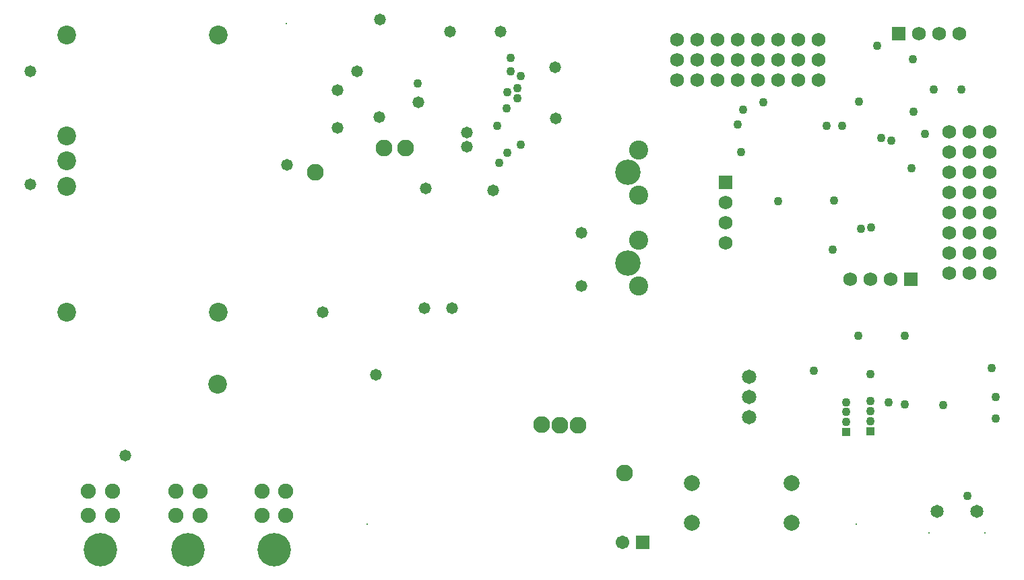
<source format=gbs>
G04 Layer_Color=16711935*
%FSLAX25Y25*%
%MOIN*%
G70*
G01*
G75*
%ADD105C,0.00800*%
%ADD106C,0.06509*%
%ADD107C,0.07493*%
%ADD108C,0.16548*%
%ADD109C,0.09461*%
%ADD110C,0.12611*%
%ADD111R,0.04343X0.04343*%
%ADD112C,0.04343*%
%ADD113C,0.07131*%
%ADD114C,0.07918*%
%ADD115C,0.09300*%
%ADD116C,0.06800*%
%ADD117R,0.06800X0.06800*%
%ADD118R,0.06800X0.06800*%
%ADD119C,0.06706*%
%ADD120R,0.06706X0.06706*%
%ADD121C,0.04300*%
%ADD122C,0.05800*%
%ADD123C,0.08300*%
D105*
X671779Y180870D02*
D03*
X699339D02*
D03*
X635500Y185039D02*
D03*
X393500Y185000D02*
D03*
X353500Y433000D02*
D03*
D106*
X675716Y191500D02*
D03*
X695402D02*
D03*
D107*
X299095Y189508D02*
D03*
X310906D02*
D03*
Y201319D02*
D03*
X299095D02*
D03*
X341595Y189508D02*
D03*
X353405D02*
D03*
Y201319D02*
D03*
X341595D02*
D03*
X255689Y189500D02*
D03*
X267500D02*
D03*
Y201311D02*
D03*
X255689D02*
D03*
D108*
X305000Y172500D02*
D03*
X347500D02*
D03*
X261595Y172492D02*
D03*
D109*
X528000Y325559D02*
D03*
Y303118D02*
D03*
Y370441D02*
D03*
Y348000D02*
D03*
D110*
X522724Y314339D02*
D03*
Y359221D02*
D03*
D111*
X630500Y230736D02*
D03*
X642500Y231157D02*
D03*
D112*
X630500Y235658D02*
D03*
Y240579D02*
D03*
Y245500D02*
D03*
X642500Y236079D02*
D03*
Y241000D02*
D03*
Y245921D02*
D03*
D113*
X582500Y238000D02*
D03*
Y248000D02*
D03*
Y258000D02*
D03*
D114*
X603500Y205500D02*
D03*
X554287D02*
D03*
X603500Y185815D02*
D03*
X554287D02*
D03*
D115*
X320000Y427500D02*
D03*
X245000D02*
D03*
Y377500D02*
D03*
Y365000D02*
D03*
Y352500D02*
D03*
Y290000D02*
D03*
X320000D02*
D03*
X319750Y254250D02*
D03*
D116*
X701500Y309500D02*
D03*
X691500D02*
D03*
X681500D02*
D03*
X701500Y319500D02*
D03*
X691500D02*
D03*
X681500D02*
D03*
X701500Y329500D02*
D03*
X691500D02*
D03*
X681500D02*
D03*
X701500Y339500D02*
D03*
X691500D02*
D03*
X681500D02*
D03*
X701500Y349500D02*
D03*
X691500D02*
D03*
X681500D02*
D03*
X701500Y359500D02*
D03*
X691500D02*
D03*
X681500D02*
D03*
X701500Y369500D02*
D03*
X691500D02*
D03*
X681500D02*
D03*
Y379500D02*
D03*
X691500D02*
D03*
X701500D02*
D03*
X617000Y425000D02*
D03*
Y415000D02*
D03*
Y405000D02*
D03*
X607000Y425000D02*
D03*
Y415000D02*
D03*
Y405000D02*
D03*
X597000Y425000D02*
D03*
Y415000D02*
D03*
Y405000D02*
D03*
X587000Y425000D02*
D03*
Y415000D02*
D03*
Y405000D02*
D03*
X577000Y425000D02*
D03*
Y415000D02*
D03*
Y405000D02*
D03*
X567000Y425000D02*
D03*
Y415000D02*
D03*
Y405000D02*
D03*
X557000Y425000D02*
D03*
Y415000D02*
D03*
Y405000D02*
D03*
X547000D02*
D03*
Y415000D02*
D03*
Y425000D02*
D03*
X652500Y306500D02*
D03*
X642500D02*
D03*
X632500D02*
D03*
X571000Y344500D02*
D03*
Y334500D02*
D03*
Y324500D02*
D03*
X666500Y428000D02*
D03*
X676500D02*
D03*
X686500D02*
D03*
D117*
X662500Y306500D02*
D03*
X656500Y428000D02*
D03*
D118*
X571000Y354500D02*
D03*
D119*
X520000Y176000D02*
D03*
D120*
X530000D02*
D03*
D121*
X663000Y361500D02*
D03*
X589500Y394000D02*
D03*
X638000Y331500D02*
D03*
X643000Y332000D02*
D03*
X687500Y400500D02*
D03*
X614500Y261000D02*
D03*
X637000Y394500D02*
D03*
X690500Y199000D02*
D03*
X678500Y244000D02*
D03*
X464500Y415965D02*
D03*
Y409465D02*
D03*
X469500Y406965D02*
D03*
X468000Y400965D02*
D03*
X418500Y403465D02*
D03*
X458000Y382465D02*
D03*
X462984Y368980D02*
D03*
X469500Y372965D02*
D03*
X459000Y363965D02*
D03*
X468000Y395965D02*
D03*
X463000Y399134D02*
D03*
X462500Y390965D02*
D03*
X597000Y345000D02*
D03*
X579500Y390500D02*
D03*
X577000Y383000D02*
D03*
X578500Y369500D02*
D03*
X621000Y382500D02*
D03*
X628500D02*
D03*
X663500Y415500D02*
D03*
X674000Y400500D02*
D03*
X669500Y378500D02*
D03*
X646000Y422000D02*
D03*
X704500Y248000D02*
D03*
Y237500D02*
D03*
X659500Y244500D02*
D03*
X702500Y262500D02*
D03*
X642500Y259500D02*
D03*
X624000Y321000D02*
D03*
X659500Y278500D02*
D03*
X636500D02*
D03*
X624500Y345500D02*
D03*
X664000Y389500D02*
D03*
X648000Y376500D02*
D03*
X653000Y375000D02*
D03*
X651500Y245500D02*
D03*
D122*
X459500Y428965D02*
D03*
X434500D02*
D03*
X487000Y385965D02*
D03*
X400000Y434965D02*
D03*
X419000Y393965D02*
D03*
X399500Y386650D02*
D03*
X388500Y409465D02*
D03*
X379000Y399965D02*
D03*
X443000Y378965D02*
D03*
Y371965D02*
D03*
X499500Y302965D02*
D03*
Y329465D02*
D03*
X371685Y289965D02*
D03*
X379000Y381465D02*
D03*
X354000Y362965D02*
D03*
X422000Y291965D02*
D03*
X435500D02*
D03*
X486500Y411465D02*
D03*
X456000Y350465D02*
D03*
X422500Y351465D02*
D03*
X398000Y258965D02*
D03*
X227000Y409500D02*
D03*
X226953Y353453D02*
D03*
X274000Y219000D02*
D03*
D123*
X402000Y371465D02*
D03*
X412500D02*
D03*
X368000Y359465D02*
D03*
X489000Y234000D02*
D03*
X480000Y234500D02*
D03*
X498000Y234000D02*
D03*
X521000Y210500D02*
D03*
M02*

</source>
